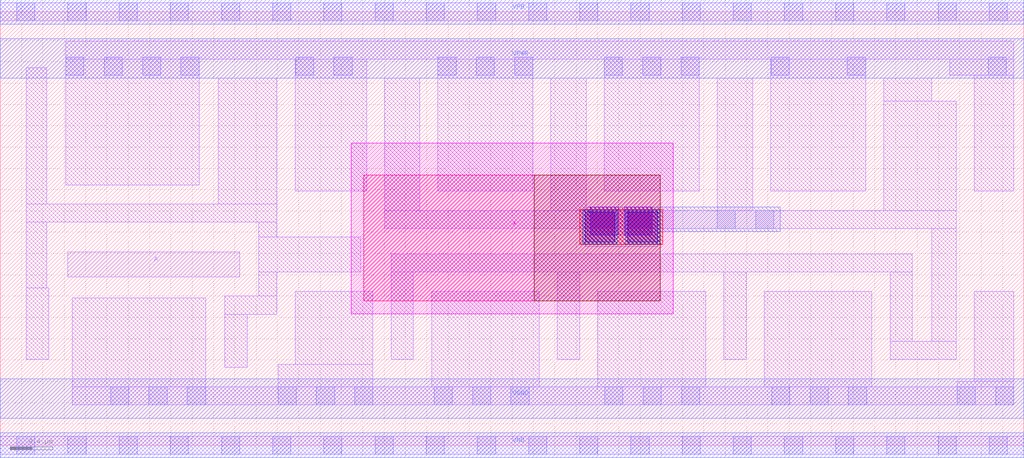
<source format=lef>
# Copyright 2020 The SkyWater PDK Authors
#
# Licensed under the Apache License, Version 2.0 (the "License");
# you may not use this file except in compliance with the License.
# You may obtain a copy of the License at
#
#     https://www.apache.org/licenses/LICENSE-2.0
#
# Unless required by applicable law or agreed to in writing, software
# distributed under the License is distributed on an "AS IS" BASIS,
# WITHOUT WARRANTIES OR CONDITIONS OF ANY KIND, either express or implied.
# See the License for the specific language governing permissions and
# limitations under the License.
#
# SPDX-License-Identifier: Apache-2.0

VERSION 5.7 ;
  NAMESCASESENSITIVE ON ;
  NOWIREEXTENSIONATPIN ON ;
  DIVIDERCHAR "/" ;
  BUSBITCHARS "[]" ;
UNITS
  DATABASE MICRONS 200 ;
END UNITS
MACRO sky130_fd_sc_hvl__probe_p_8
  CLASS CORE ;
  FOREIGN sky130_fd_sc_hvl__probe_p_8 ;
  ORIGIN  0.000000  0.000000 ;
  SIZE  9.600000 BY  4.070000 ;
  SYMMETRY X Y ;
  SITE unithv ;
  PIN A
    ANTENNAGATEAREA  3.375000 ;
    DIRECTION INPUT ;
    USE SIGNAL ;
    PORT
      LAYER li1 ;
        RECT 0.635000 1.580000 2.245000 1.815000 ;
    END
  END A
  PIN X
    ANTENNADIFFAREA  2.520000 ;
    DIRECTION OUTPUT ;
    USE SIGNAL ;
    PORT
      LAYER met5 ;
        RECT 3.290000 1.235000 6.310000 2.835000 ;
    END
  END X
  PIN VGND
    DIRECTION INOUT ;
    USE GROUND ;
    PORT
      LAYER met1 ;
        RECT 0.000000 0.255000 9.600000 0.625000 ;
    END
  END VGND
  PIN VNB
    DIRECTION INOUT ;
    USE GROUND ;
    PORT
      LAYER met1 ;
        RECT 0.000000 -0.115000 9.600000 0.115000 ;
    END
  END VNB
  PIN VPB
    DIRECTION INOUT ;
    USE POWER ;
    PORT
      LAYER met1 ;
        RECT 0.000000 3.955000 9.600000 4.185000 ;
    END
  END VPB
  PIN VPWR
    DIRECTION INOUT ;
    USE POWER ;
    PORT
      LAYER met1 ;
        RECT 0.000000 3.445000 9.600000 3.815000 ;
    END
  END VPWR
  OBS
    LAYER li1 ;
      RECT 0.000000 -0.085000 9.600000 0.085000 ;
      RECT 0.000000  3.985000 9.600000 4.155000 ;
      RECT 0.245000  0.805000 0.455000 1.475000 ;
      RECT 0.245000  1.475000 0.435000 2.095000 ;
      RECT 0.245000  2.095000 2.595000 2.265000 ;
      RECT 0.245000  2.265000 0.435000 3.545000 ;
      RECT 0.615000  2.445000 1.865000 3.625000 ;
      RECT 0.615000  3.625000 9.505000 3.795000 ;
      RECT 0.675000  0.380000 9.505000 0.550000 ;
      RECT 0.675000  0.550000 1.925000 1.385000 ;
      RECT 2.045000  2.265000 2.595000 3.445000 ;
      RECT 2.105000  0.730000 2.315000 1.230000 ;
      RECT 2.105000  1.230000 2.595000 1.400000 ;
      RECT 2.425000  1.400000 2.595000 1.625000 ;
      RECT 2.425000  1.625000 3.380000 1.955000 ;
      RECT 2.425000  1.955000 2.595000 2.095000 ;
      RECT 2.605000  0.550000 3.495000 0.760000 ;
      RECT 2.765000  0.760000 3.495000 1.445000 ;
      RECT 2.765000  2.385000 3.435000 3.625000 ;
      RECT 3.605000  2.035000 8.965000 2.205000 ;
      RECT 3.605000  2.205000 3.935000 3.445000 ;
      RECT 3.665000  0.805000 3.875000 1.625000 ;
      RECT 3.665000  1.625000 8.555000 1.795000 ;
      RECT 4.045000  0.550000 5.055000 1.445000 ;
      RECT 4.105000  2.385000 4.995000 3.625000 ;
      RECT 5.165000  2.205000 5.495000 3.445000 ;
      RECT 5.225000  0.805000 5.435000 1.625000 ;
      RECT 5.605000  0.550000 6.615000 1.445000 ;
      RECT 5.665000  2.385000 6.555000 3.625000 ;
      RECT 6.725000  2.205000 7.055000 3.445000 ;
      RECT 6.785000  0.805000 6.995000 1.625000 ;
      RECT 7.165000  0.550000 8.175000 1.445000 ;
      RECT 7.225000  2.385000 8.115000 3.625000 ;
      RECT 8.285000  2.205000 8.965000 3.230000 ;
      RECT 8.285000  3.230000 8.735000 3.445000 ;
      RECT 8.345000  0.805000 8.965000 0.975000 ;
      RECT 8.345000  0.975000 8.555000 1.625000 ;
      RECT 8.735000  0.975000 8.965000 2.035000 ;
      RECT 8.905000  3.475000 9.505000 3.625000 ;
      RECT 8.975000  0.550000 9.505000 0.600000 ;
      RECT 9.135000  0.600000 9.505000 1.445000 ;
      RECT 9.135000  2.385000 9.505000 3.475000 ;
    LAYER mcon ;
      RECT 0.155000 -0.085000 0.325000 0.085000 ;
      RECT 0.155000  3.985000 0.325000 4.155000 ;
      RECT 0.615000  3.475000 0.785000 3.645000 ;
      RECT 0.635000 -0.085000 0.805000 0.085000 ;
      RECT 0.635000  3.985000 0.805000 4.155000 ;
      RECT 0.975000  3.475000 1.145000 3.645000 ;
      RECT 1.035000  0.380000 1.205000 0.550000 ;
      RECT 1.115000 -0.085000 1.285000 0.085000 ;
      RECT 1.115000  3.985000 1.285000 4.155000 ;
      RECT 1.335000  3.475000 1.505000 3.645000 ;
      RECT 1.395000  0.380000 1.565000 0.550000 ;
      RECT 1.595000 -0.085000 1.765000 0.085000 ;
      RECT 1.595000  3.985000 1.765000 4.155000 ;
      RECT 1.695000  3.475000 1.865000 3.645000 ;
      RECT 1.755000  0.380000 1.925000 0.550000 ;
      RECT 2.075000 -0.085000 2.245000 0.085000 ;
      RECT 2.075000  3.985000 2.245000 4.155000 ;
      RECT 2.555000 -0.085000 2.725000 0.085000 ;
      RECT 2.555000  3.985000 2.725000 4.155000 ;
      RECT 2.605000  0.380000 2.775000 0.550000 ;
      RECT 2.770000  3.475000 2.940000 3.645000 ;
      RECT 2.965000  0.380000 3.135000 0.550000 ;
      RECT 3.035000 -0.085000 3.205000 0.085000 ;
      RECT 3.035000  3.985000 3.205000 4.155000 ;
      RECT 3.130000  3.475000 3.300000 3.645000 ;
      RECT 3.325000  0.380000 3.495000 0.550000 ;
      RECT 3.515000 -0.085000 3.685000 0.085000 ;
      RECT 3.515000  3.985000 3.685000 4.155000 ;
      RECT 3.995000 -0.085000 4.165000 0.085000 ;
      RECT 3.995000  3.985000 4.165000 4.155000 ;
      RECT 4.070000  0.380000 4.240000 0.550000 ;
      RECT 4.105000  3.475000 4.275000 3.645000 ;
      RECT 4.430000  0.380000 4.600000 0.550000 ;
      RECT 4.465000  3.475000 4.635000 3.645000 ;
      RECT 4.475000 -0.085000 4.645000 0.085000 ;
      RECT 4.475000  3.985000 4.645000 4.155000 ;
      RECT 4.790000  0.380000 4.960000 0.550000 ;
      RECT 4.825000  3.475000 4.995000 3.645000 ;
      RECT 4.955000 -0.085000 5.125000 0.085000 ;
      RECT 4.955000  3.985000 5.125000 4.155000 ;
      RECT 5.435000 -0.085000 5.605000 0.085000 ;
      RECT 5.435000  3.985000 5.605000 4.155000 ;
      RECT 5.665000  3.475000 5.835000 3.645000 ;
      RECT 5.670000  0.380000 5.840000 0.550000 ;
      RECT 5.915000 -0.085000 6.085000 0.085000 ;
      RECT 5.915000  3.985000 6.085000 4.155000 ;
      RECT 6.025000  3.475000 6.195000 3.645000 ;
      RECT 6.030000  0.380000 6.200000 0.550000 ;
      RECT 6.385000  3.475000 6.555000 3.645000 ;
      RECT 6.390000  0.380000 6.560000 0.550000 ;
      RECT 6.395000 -0.085000 6.565000 0.085000 ;
      RECT 6.395000  3.985000 6.565000 4.155000 ;
      RECT 6.725000  2.035000 6.895000 2.205000 ;
      RECT 6.875000 -0.085000 7.045000 0.085000 ;
      RECT 6.875000  3.985000 7.045000 4.155000 ;
      RECT 7.085000  2.035000 7.255000 2.205000 ;
      RECT 7.230000  3.475000 7.400000 3.645000 ;
      RECT 7.235000  0.380000 7.405000 0.550000 ;
      RECT 7.355000 -0.085000 7.525000 0.085000 ;
      RECT 7.355000  3.985000 7.525000 4.155000 ;
      RECT 7.595000  0.380000 7.765000 0.550000 ;
      RECT 7.835000 -0.085000 8.005000 0.085000 ;
      RECT 7.835000  3.985000 8.005000 4.155000 ;
      RECT 7.945000  3.475000 8.115000 3.645000 ;
      RECT 7.955000  0.380000 8.125000 0.550000 ;
      RECT 8.315000 -0.085000 8.485000 0.085000 ;
      RECT 8.315000  3.985000 8.485000 4.155000 ;
      RECT 8.795000 -0.085000 8.965000 0.085000 ;
      RECT 8.795000  3.985000 8.965000 4.155000 ;
      RECT 8.975000  0.380000 9.145000 0.550000 ;
      RECT 9.265000  3.475000 9.435000 3.645000 ;
      RECT 9.275000 -0.085000 9.445000 0.085000 ;
      RECT 9.275000  3.985000 9.445000 4.155000 ;
      RECT 9.335000  0.380000 9.505000 0.550000 ;
    LAYER met1 ;
      RECT 5.505000 1.975000 6.145000 2.005000 ;
      RECT 5.505000 2.005000 7.315000 2.235000 ;
    LAYER met2 ;
      RECT 5.485000 1.865000 6.165000 2.235000 ;
    LAYER met3 ;
      RECT 5.435000 1.885000 6.215000 2.215000 ;
    LAYER met4 ;
      RECT 3.410000 1.355000 6.190000 2.535000 ;
    LAYER via ;
      RECT 5.535000 1.975000 5.795000 2.235000 ;
      RECT 5.855000 1.975000 6.115000 2.235000 ;
    LAYER via2 ;
      RECT 5.485000 1.910000 5.765000 2.190000 ;
      RECT 5.885000 1.910000 6.165000 2.190000 ;
    LAYER via3 ;
      RECT 5.465000 1.890000 5.785000 2.210000 ;
      RECT 5.865000 1.890000 6.185000 2.210000 ;
    LAYER via4 ;
      RECT 5.010000 1.355000 6.190000 2.535000 ;
  END
END sky130_fd_sc_hvl__probe_p_8
END LIBRARY

</source>
